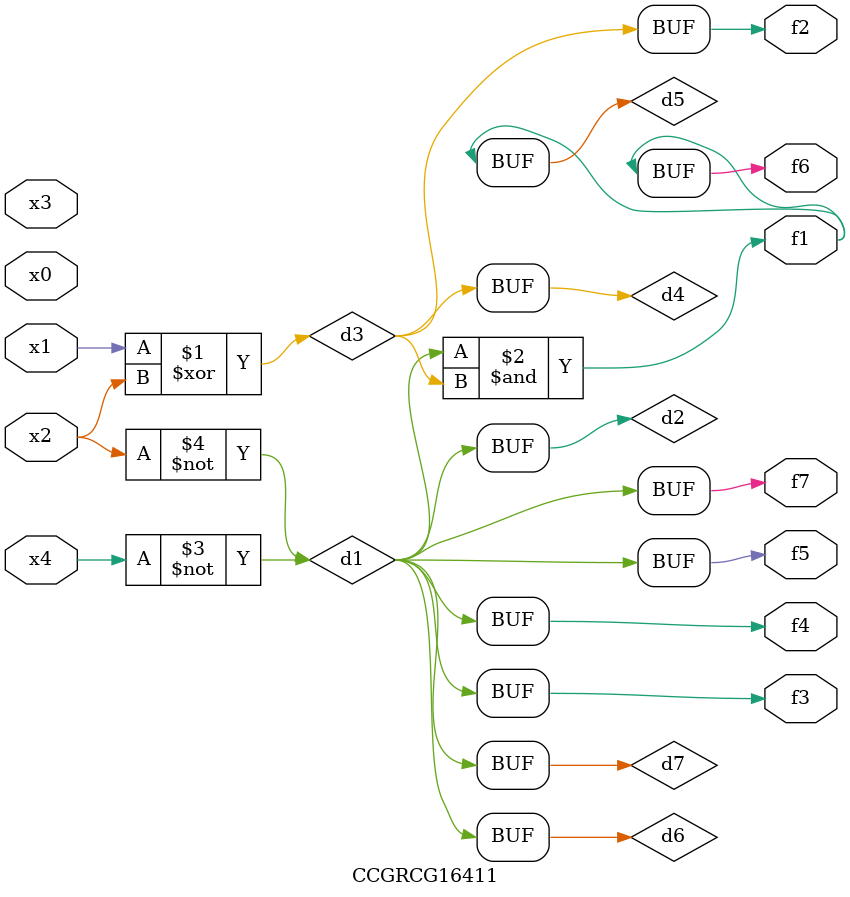
<source format=v>
module CCGRCG16411(
	input x0, x1, x2, x3, x4,
	output f1, f2, f3, f4, f5, f6, f7
);

	wire d1, d2, d3, d4, d5, d6, d7;

	not (d1, x4);
	not (d2, x2);
	xor (d3, x1, x2);
	buf (d4, d3);
	and (d5, d1, d3);
	buf (d6, d1, d2);
	buf (d7, d2);
	assign f1 = d5;
	assign f2 = d4;
	assign f3 = d7;
	assign f4 = d7;
	assign f5 = d7;
	assign f6 = d5;
	assign f7 = d7;
endmodule

</source>
